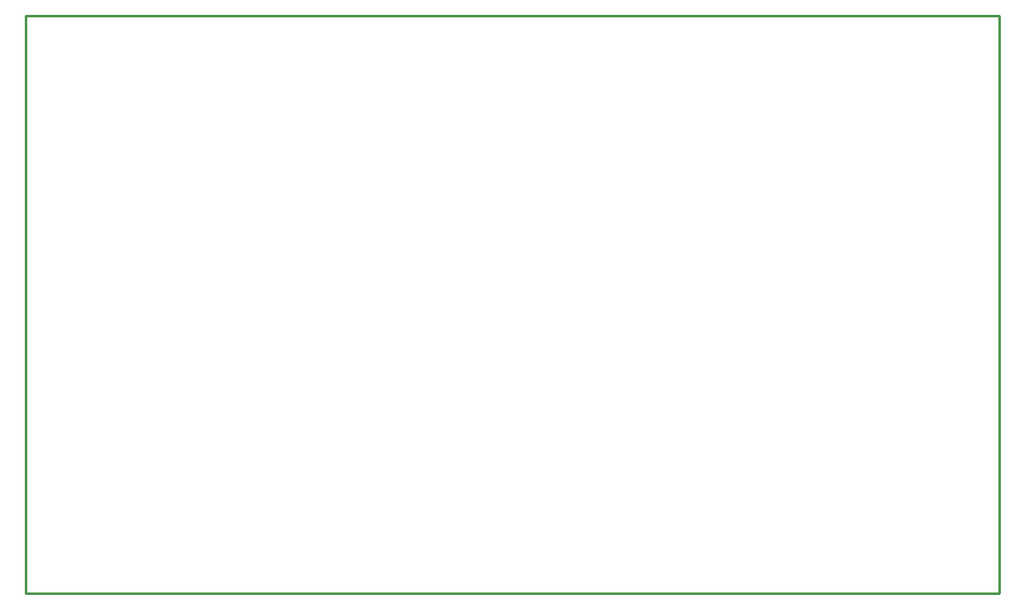
<source format=gm1>
%FSLAX25Y25*%
%MOIN*%
G70*
G01*
G75*
G04 Layer_Color=16711935*
%ADD10R,0.10000X0.06496*%
%ADD11R,0.06299X0.11811*%
G04:AMPARAMS|DCode=12|XSize=118.11mil|YSize=62.99mil|CornerRadius=15.75mil|HoleSize=0mil|Usage=FLASHONLY|Rotation=270.000|XOffset=0mil|YOffset=0mil|HoleType=Round|Shape=RoundedRectangle|*
%AMROUNDEDRECTD12*
21,1,0.11811,0.03150,0,0,270.0*
21,1,0.08661,0.06299,0,0,270.0*
1,1,0.03150,-0.01575,-0.04331*
1,1,0.03150,-0.01575,0.04331*
1,1,0.03150,0.01575,0.04331*
1,1,0.03150,0.01575,-0.04331*
%
%ADD12ROUNDEDRECTD12*%
%ADD13R,0.11811X0.06299*%
G04:AMPARAMS|DCode=14|XSize=118.11mil|YSize=62.99mil|CornerRadius=15.75mil|HoleSize=0mil|Usage=FLASHONLY|Rotation=0.000|XOffset=0mil|YOffset=0mil|HoleType=Round|Shape=RoundedRectangle|*
%AMROUNDEDRECTD14*
21,1,0.11811,0.03150,0,0,0.0*
21,1,0.08661,0.06299,0,0,0.0*
1,1,0.03150,0.04331,-0.01575*
1,1,0.03150,-0.04331,-0.01575*
1,1,0.03150,-0.04331,0.01575*
1,1,0.03150,0.04331,0.01575*
%
%ADD14ROUNDEDRECTD14*%
%ADD15R,0.05709X0.04331*%
%ADD16R,0.04331X0.05709*%
%ADD17R,0.23622X0.31496*%
%ADD18R,0.14173X0.04331*%
%ADD19R,0.31496X0.23622*%
%ADD20R,0.04331X0.14173*%
%ADD21R,0.02953X0.03740*%
%ADD22R,0.03740X0.02953*%
%ADD23R,0.12598X0.12598*%
%ADD24O,0.00984X0.03740*%
%ADD25O,0.03740X0.00984*%
%ADD26R,0.05906X0.05906*%
%ADD27O,0.03543X0.00984*%
%ADD28O,0.00984X0.03543*%
%ADD29R,0.20000X0.10500*%
%ADD30R,0.20000X0.07000*%
%ADD31C,0.00787*%
%ADD32C,0.03937*%
%ADD33C,0.05906*%
%ADD34C,0.01000*%
%ADD35O,0.05906X0.07874*%
%ADD36R,0.05906X0.07874*%
%ADD37O,0.05906X0.07874*%
%ADD38C,0.07874*%
%ADD39P,0.10653X8X292.5*%
%ADD40P,0.10653X8X202.5*%
%ADD41C,0.02362*%
%ADD42C,0.11811*%
%ADD43C,0.02500*%
%ADD44C,0.02598*%
%ADD45C,0.02000*%
%ADD46C,0.02300*%
%ADD47C,0.02362*%
%ADD48C,0.00984*%
%ADD49C,0.00500*%
%ADD50R,0.11000X0.07496*%
%ADD51R,0.07299X0.12811*%
G04:AMPARAMS|DCode=52|XSize=128.11mil|YSize=72.99mil|CornerRadius=20.75mil|HoleSize=0mil|Usage=FLASHONLY|Rotation=270.000|XOffset=0mil|YOffset=0mil|HoleType=Round|Shape=RoundedRectangle|*
%AMROUNDEDRECTD52*
21,1,0.12811,0.03150,0,0,270.0*
21,1,0.08661,0.07299,0,0,270.0*
1,1,0.04150,-0.01575,-0.04331*
1,1,0.04150,-0.01575,0.04331*
1,1,0.04150,0.01575,0.04331*
1,1,0.04150,0.01575,-0.04331*
%
%ADD52ROUNDEDRECTD52*%
%ADD53R,0.12811X0.07299*%
G04:AMPARAMS|DCode=54|XSize=128.11mil|YSize=72.99mil|CornerRadius=20.75mil|HoleSize=0mil|Usage=FLASHONLY|Rotation=0.000|XOffset=0mil|YOffset=0mil|HoleType=Round|Shape=RoundedRectangle|*
%AMROUNDEDRECTD54*
21,1,0.12811,0.03150,0,0,0.0*
21,1,0.08661,0.07299,0,0,0.0*
1,1,0.04150,0.04331,-0.01575*
1,1,0.04150,-0.04331,-0.01575*
1,1,0.04150,-0.04331,0.01575*
1,1,0.04150,0.04331,0.01575*
%
%ADD54ROUNDEDRECTD54*%
%ADD55R,0.06709X0.05331*%
%ADD56R,0.05331X0.06709*%
%ADD57R,0.24622X0.32496*%
%ADD58R,0.15173X0.05331*%
%ADD59R,0.32496X0.24622*%
%ADD60R,0.05331X0.15173*%
%ADD61R,0.03953X0.04740*%
%ADD62R,0.04740X0.03953*%
%ADD63R,0.21000X0.11500*%
%ADD64R,0.21000X0.08000*%
%ADD65O,0.06906X0.08874*%
%ADD66R,0.06906X0.08874*%
%ADD67O,0.06906X0.08874*%
%ADD68C,0.08874*%
%ADD69P,0.11736X8X292.5*%
%ADD70P,0.11736X8X202.5*%
%ADD71C,0.03362*%
%ADD72C,0.12811*%
D34*
X811700Y372500D02*
X1204200D01*
Y605600D01*
X811700D02*
X1204200D01*
X811700Y372500D02*
Y605600D01*
Y372500D02*
X1204200D01*
Y605600D01*
X811700D02*
X1204200D01*
X811700Y372500D02*
Y605600D01*
M02*

</source>
